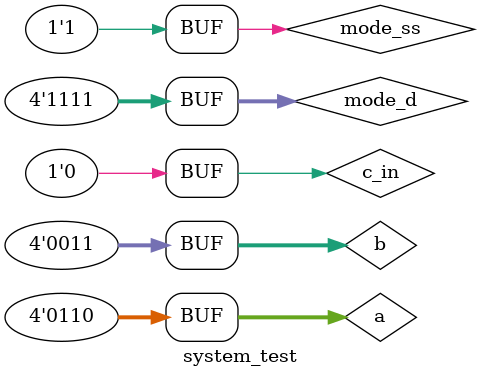
<source format=v>
`timescale 1ns / 1ps
module system_test(
    );
    
    reg mode_ss;
    reg[3:0] mode_d;
    reg[3:0] a;
    reg[3:0] b;
    reg c_in;
    reg clk;
   
    wire c_out;
    wire[7:0] ss_digit;
    wire[6:0] segment;
    
    system UUT(.mode_ss(mode_ss), .mode_d(mode_d), .a(a), .b(b), .c_in(c_in), .clk(clk),  .c_out(c_out), .ss_digit(ss_digit), .segment(segment));
    
    initial 
    begin
    a = 4'b0110; b= 4'b0011; c_in = 0; mode_d=4'b0000; mode_ss=0;
    #10 mode_d = 4'b0001;
    #10 mode_d = 4'b0010;
    #10 mode_d = 4'b0011;
    #10 mode_d = 4'b0100;
    #10 mode_d = 4'b0101;
    #10 mode_d = 4'b0110;
    #10 mode_d = 4'b0111;
    #10 mode_d = 4'b1000; mode_ss = 1;
    #10 mode_d = 4'b1001;
    #10 mode_d = 4'b1010;
    #10 mode_d = 4'b1011;
    #10 mode_d = 4'b1100;
    #10 mode_d = 4'b1101;
    #10 mode_d = 4'b1110;
    #10 mode_d = 4'b1111;
    end
endmodule


</source>
